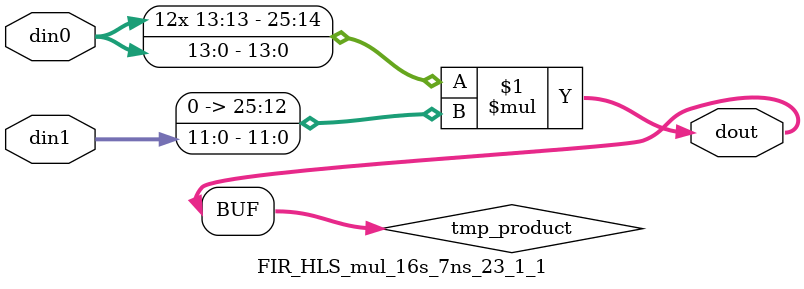
<source format=v>

`timescale 1 ns / 1 ps

 module FIR_HLS_mul_16s_7ns_23_1_1(din0, din1, dout);
parameter ID = 1;
parameter NUM_STAGE = 0;
parameter din0_WIDTH = 14;
parameter din1_WIDTH = 12;
parameter dout_WIDTH = 26;

input [din0_WIDTH - 1 : 0] din0; 
input [din1_WIDTH - 1 : 0] din1; 
output [dout_WIDTH - 1 : 0] dout;

wire signed [dout_WIDTH - 1 : 0] tmp_product;


























assign tmp_product = $signed(din0) * $signed({1'b0, din1});









assign dout = tmp_product;





















endmodule

</source>
